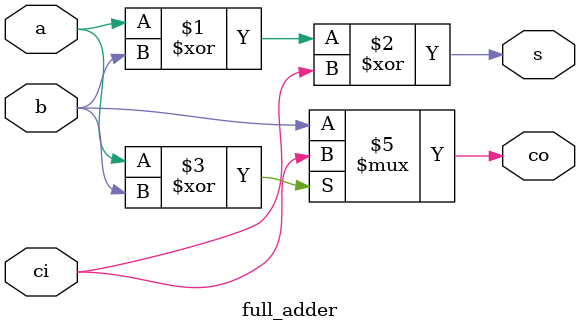
<source format=v>
module lab2part3 (SW, LEDR);
	input [8:0] SW;
	output [4:0] LEDR;
	
	wire [3:0] a, b, s;
	wire [2:0] c;
	wire ci, co;
	
	assign a = SW[7:4];
	assign b = SW[3:0];
	assign ci = SW[8];
	assign LEDR[3:0] = s;
	assign LEDR[4] = co;
	// Note, in order to use the same wire/net names as the instantiated
	// full adder module ports, we must used .named port style connections.  
	// Also, ensure that the correct data widths (i.e. 1-bit) are being utilized.
	
	// Instantiate Full Adder Module
	full_adder f0 (.a(a[0]),.b(b[0]),.ci(ci),.s(s[0]),.co(c[0]));
	full_adder f1 (.a(a[1]),.b(b[1]),.ci(c[0]),.s(s[1]),.co(c[1]));
	full_adder f2 (.a(a[2]),.b(b[2]),.ci(c[1]),.s(s[2]),.co(c[2]));
	full_adder f3 (.a(a[3]),.b(b[3]),.ci(c[2]),.s(s[3]),.co(co));
	
endmodule
//
//
//
// Full Adder Module
module full_adder (a, b, ci, s, co);
	input a, b, ci;
	output s, co;
	
	assign s = ((a ^ b) ^ ci);
	assign co = ((a ^ b) == 1'b1) ? ci : b;

endmodule
	
	
	


</source>
